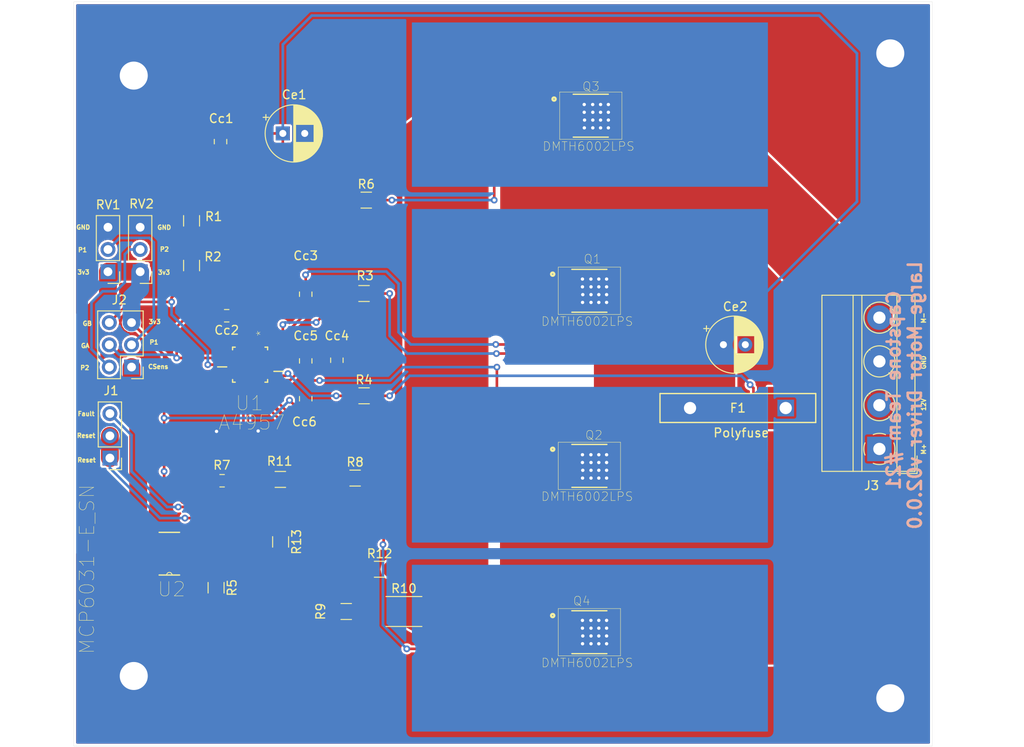
<source format=kicad_pcb>
(kicad_pcb (version 20171130) (host pcbnew "(5.0.1)-4")
  (title_block (title "A4957 Large Motor Driver") (rev v01) (company "Capstone #21") (comment 3 "License: CC BY 4.0") (comment 4 "Author: Matthew Torre"))
  (layers (0 F.Cu signal) (31 B.Cu signal) (34 B.Paste user) (35 F.Paste user) (36 B.SilkS user) (37 F.SilkS user) (38 B.Mask user) (39 F.Mask user) (44 Edge.Cuts user))
  (net 0 "")
  (net 1 "Net-(Cc1-Pad1)")
  (net 2 Earth)
  (net 3 "Net-(Cc2-Pad1)")
  (net 4 "Net-(Cc2-Pad2)")
  (net 5 "Net-(Cc3-Pad2)")
  (net 6 "Net-(Cc3-Pad1)")
  (net 7 "Net-(F1-Pad1)")
  (net 8 "Net-(J1-Pad1)")
  (net 9 "Net-(J2-Pad2)")
  (net 10 "Net-(R3-Pad1)")
  (net 11 "Net-(R4-Pad1)")
  (net 12 "Net-(R5-Pad1)")
  (net 13 "Net-(R6-Pad1)")
  (net 14 "Net-(Cc4-Pad2)")
  (net 15 "Net-(Cc6-Pad1)")
  (net 16 "Net-(J2-Pad3)")
  (net 17 "Net-(Cc5-Pad2)")
  (net 18 "Net-(Cc5-Pad1)")
  (net 19 "Net-(J2-Pad1)")
  (net 20 "Net-(J2-Pad4)")
  (net 21 "Net-(J2-Pad6)")
  (net 22 "Net-(R7-Pad1)")
  (net 23 "Net-(R8-Pad1)")
  (net 24 "Net-(R12-Pad2)")
  (net 25 "Net-(J1-Pad3)")
  (net 26 "Net-(Q1-Pad4)")
  (net 27 "Net-(Q2-Pad4)")
  (net 28 "Net-(Q3-Pad4)")
  (net 29 "Net-(Q3-Pad1)")
  (net 30 "Net-(Q4-Pad4)")
  (module MountingHole:MountingHole_3.2mm_M3_ISO14580_Pad (layer F.Cu) (at 203.2 55.88)
    (fp_text reference "" (at 0 -3.75) (layer F.SilkS))
    (fp_text value MountingHole_3.2mm_M3_ISO14580_Pad)
    (pad 1 thru_hole circle (at 0 0) (size 5.5 5.5) (drill 3.2) (layers *.Cu *.Mask))
  )
  (module MountingHole:MountingHole_3.2mm_M3_ISO14580_Pad (layer F.Cu) (at 203.2 129.54)
    (fp_text reference "" (at 0 -3.75) (layer F.SilkS))
    (fp_text value MountingHole_3.2mm_M3_ISO14580_Pad)
    (pad 1 thru_hole circle (at 0 0) (size 5.5 5.5) (drill 3.2) (layers *.Cu *.Mask))
  )
  (module MountingHole:MountingHole_3.2mm_M3_ISO14580_Pad (layer F.Cu) (at 116.84 127)
    (fp_text reference "" (at 0 -3.75) (layer F.SilkS))
    (fp_text value MountingHole_3.2mm_M3_ISO14580_Pad)
    (pad 1 thru_hole circle (at 0 0) (size 5.5 5.5) (drill 3.2) (layers *.Cu *.Mask))
  )
  (module Capacitor_THT:CP_Radial_D6.3mm_P2.50mm (layer F.Cu) (at 184.15 89.154)
    (fp_text reference Ce2 (at 1.3462 -4.3434 180) (layer F.SilkS))
    (fp_text value 50uF)
    (pad 2 thru_hole circle (at 2.5 0) (size 1.6 1.6) (drill 0.8) (layers *.Cu *.Mask) (net 2 Earth))
    (pad 1 thru_hole rect (at 0 0) (size 1.6 1.6) (drill 0.8) (layers *.Cu *.Mask) (net 1 "Net-(Cc1-Pad1)"))
  )
  (module Connector_PinHeader_2.54mm:PinHeader_2x03_P2.54mm_Vertical (layer F.Cu) (at 116.58942 91.71178 180)
    (fp_text reference J2 (at 1.40042 7.66318) (layer F.SilkS))
    (fp_text value Conn_02x03_Odd_Even)
    (pad 1 thru_hole rect (at 0 0 180) (size 1.7 1.7) (drill 1) (layers *.Cu *.Mask) (net 19 "Net-(J2-Pad1)"))
    (pad 2 thru_hole oval (at 2.54 0 180) (size 1.7 1.7) (drill 1) (layers *.Cu *.Mask) (net 9 "Net-(J2-Pad2)"))
    (pad 3 thru_hole oval (at 0 2.54 180) (size 1.7 1.7) (drill 1) (layers *.Cu *.Mask) (net 16 "Net-(J2-Pad3)"))
    (pad 4 thru_hole oval (at 2.54 2.54 180) (size 1.7 1.7) (drill 1) (layers *.Cu *.Mask) (net 20 "Net-(J2-Pad4)"))
    (pad 5 thru_hole oval (at 0 5.08 180) (size 1.7 1.7) (drill 1) (layers *.Cu *.Mask) (net 15 "Net-(Cc6-Pad1)"))
    (pad 6 thru_hole oval (at 2.54 5.08 180) (size 1.7 1.7) (drill 1) (layers *.Cu *.Mask) (net 21 "Net-(J2-Pad6)"))
  )
  (module Capacitor_SMD:C_0805_2012Metric (layer F.Cu) (at 136.47 83.3905 270)
    (fp_text reference Cc3 (at -4.3965 0) (layer F.SilkS))
    (fp_text value 120nF)
    (pad 2 smd roundrect (at 0.9375 0 270) (size 0.975 1.4) (layers F.Cu F.Paste F.Mask) (net 5 "Net-(Cc3-Pad2)"))
    (pad 1 smd roundrect (at -0.9375 0 270) (size 0.975 1.4) (layers F.Cu F.Paste F.Mask) (net 6 "Net-(Cc3-Pad1)"))
  )
  (module Capacitor_SMD:C_0805_2012Metric (layer F.Cu) (at 140.026 90.932 90)
    (fp_text reference Cc4 (at 2.794 0 180) (layer F.SilkS))
    (fp_text value 1uF)
    (pad 2 smd roundrect (at 0.9375 0 90) (size 0.975 1.4) (layers F.Cu F.Paste F.Mask) (net 14 "Net-(Cc4-Pad2)"))
    (pad 1 smd roundrect (at -0.9375 0 90) (size 0.975 1.4) (layers F.Cu F.Paste F.Mask) (net 2 Earth))
  )
  (module Capacitor_SMD:C_0805_2012Metric (layer F.Cu) (at 136.47 91.0105 90)
    (fp_text reference Cc5 (at 2.8725 0 180) (layer F.SilkS))
    (fp_text value 120nF)
    (pad 2 smd roundrect (at 0.9375 0 90) (size 0.975 1.4) (layers F.Cu F.Paste F.Mask) (net 17 "Net-(Cc5-Pad2)"))
    (pad 1 smd roundrect (at -0.9375 0 90) (size 0.975 1.4) (layers F.Cu F.Paste F.Mask) (net 18 "Net-(Cc5-Pad1)"))
  )
  (module Capacitor_THT:CP_Radial_D6.3mm_P2.50mm (layer F.Cu) (at 133.858 65.024)
    (fp_text reference Ce1 (at 1.2954 -4.4196 -180) (layer F.SilkS))
    (fp_text value 50uF)
    (pad 2 thru_hole circle (at 2.5 0) (size 1.6 1.6) (drill 0.8) (layers *.Cu *.Mask) (net 2 Earth))
    (pad 1 thru_hole rect (at 0 0) (size 1.6 1.6) (drill 0.8) (layers *.Cu *.Mask) (net 1 "Net-(Cc1-Pad1)"))
  )
  (module A4957SESTR-T:QFN50P400X400X80-25N (layer F.Cu) (at 130.12 91.44 270)
    (fp_text reference U1 (at 4.3942 0.072 180) (layer F.SilkS) (effects (font (size 1.64005 1.64005) (thickness 0.05))))
    (fp_text value A4957 (at 6.604 -0.182 180) (layer F.SilkS) (effects (font (size 1.64322 1.64322) (thickness 0.05))))
    (fp_text user * (at -3.58342 -1.2453 270) (layer F.SilkS) (effects (font (thickness 0.05))))
    (fp_text user * (at -3.58478 -1.24578 270) (layer Edge.Cuts) (effects (font (thickness 0.05))))
    (pad 1 smd rect (at -2.05 -1.2446 180) (size 0.3 0.95) (layers F.Cu F.Paste F.Mask) (net 6 "Net-(Cc3-Pad1)"))
    (pad 2 smd rect (at -2.05 -0.762 180) (size 0.3 0.95) (layers F.Cu F.Paste F.Mask) (net 13 "Net-(R6-Pad1)"))
    (pad 3 smd rect (at -2.05 -0.254 180) (size 0.3 0.95) (layers F.Cu F.Paste F.Mask) (net 1 "Net-(Cc1-Pad1)"))
    (pad 4 smd rect (at -2.05 0.254 180) (size 0.3 0.95) (layers F.Cu F.Paste F.Mask) (net 3 "Net-(Cc2-Pad1)"))
    (pad 5 smd rect (at -2.05 0.762 180) (size 0.3 0.95) (layers F.Cu F.Paste F.Mask) (net 4 "Net-(Cc2-Pad2)"))
    (pad 6 smd rect (at -2.05 1.2446 180) (size 0.3 0.95) (layers F.Cu F.Paste F.Mask) (net 2 Earth))
    (pad 7 smd rect (at -1.2446 2.05 90) (size 0.3 0.95) (layers F.Cu F.Paste F.Mask) (net 2 Earth))
    (pad 8 smd rect (at -0.762 2.05 90) (size 0.3 0.95) (layers F.Cu F.Paste F.Mask) (net 20 "Net-(J2-Pad4)"))
    (pad 9 smd rect (at -0.254 2.05 90) (size 0.3 0.95) (layers F.Cu F.Paste F.Mask) (net 21 "Net-(J2-Pad6)"))
    (pad 10 smd rect (at 0.254 2.05 90) (size 0.3 0.95) (layers F.Cu F.Paste F.Mask) (net 21 "Net-(J2-Pad6)"))
    (pad 11 smd rect (at 0.762 2.05 90) (size 0.3 0.95) (layers F.Cu F.Paste F.Mask) (net 20 "Net-(J2-Pad4)"))
    (pad 12 smd rect (at 1.2446 2.05 90) (size 0.3 0.95) (layers F.Cu F.Paste F.Mask) (net 15 "Net-(Cc6-Pad1)"))
    (pad 13 smd rect (at 2.05 1.2446 180) (size 0.3 0.95) (layers F.Cu F.Paste F.Mask) (net 2 Earth))
    (pad 14 smd rect (at 2.05 0.762 180) (size 0.3 0.95) (layers F.Cu F.Paste F.Mask) (net 22 "Net-(R7-Pad1)"))
    (pad 15 smd rect (at 2.05 0.254 180) (size 0.3 0.95) (layers F.Cu F.Paste F.Mask) (net 25 "Net-(J1-Pad3)"))
    (pad 16 smd rect (at 2.05 -0.254 180) (size 0.3 0.95) (layers F.Cu F.Paste F.Mask) (net 8 "Net-(J1-Pad1)"))
    (pad 17 smd rect (at 2.05 -0.762 180) (size 0.3 0.95) (layers F.Cu F.Paste F.Mask) (net 2 Earth))
    (pad 18 smd rect (at 2.05 -1.2446 180) (size 0.3 0.95) (layers F.Cu F.Paste F.Mask) (net 23 "Net-(R8-Pad1)"))
    (pad 19 smd rect (at 1.2446 -2.05 90) (size 0.3 0.95) (layers F.Cu F.Paste F.Mask) (net 18 "Net-(Cc5-Pad1)"))
    (pad 20 smd rect (at 0.762 -2.05 90) (size 0.3 0.95) (layers F.Cu F.Paste F.Mask) (net 11 "Net-(R4-Pad1)"))
    (pad 21 smd rect (at 0.254 -2.05 90) (size 0.3 0.95) (layers F.Cu F.Paste F.Mask) (net 17 "Net-(Cc5-Pad2)"))
    (pad 22 smd rect (at -0.254 -2.05 90) (size 0.3 0.95) (layers F.Cu F.Paste F.Mask) (net 14 "Net-(Cc4-Pad2)"))
    (pad 23 smd rect (at -0.762 -2.05 90) (size 0.3 0.95) (layers F.Cu F.Paste F.Mask) (net 5 "Net-(Cc3-Pad2)"))
    (pad 24 smd rect (at -1.2446 -2.05 90) (size 0.3 0.95) (layers F.Cu F.Paste F.Mask) (net 10 "Net-(R3-Pad1)"))
    (pad 25 smd rect (at 0 0 270) (size 2.7 2.7) (layers F.Cu F.Paste F.Mask))
  )
  (module Resistor_SMD:R_1206_3216Metric (layer F.Cu) (at 123.4398 75.0092 90)
    (fp_text reference R1 (at 0.4856 2.5188 180) (layer F.SilkS))
    (fp_text value 2.49k)
    (pad 2 smd roundrect (at 1.4 0 90) (size 1.25 1.75) (layers F.Cu F.Paste F.Mask) (roundrect_rratio 0.2) (net 2 Earth))
    (pad 1 smd roundrect (at -1.4 0 90) (size 1.25 1.75) (layers F.Cu F.Paste F.Mask) (roundrect_rratio 0.2) (net 20 "Net-(J2-Pad4)"))
  )
  (module Resistor_SMD:R_1206_3216Metric (layer F.Cu) (at 123.4398 80.1146 90)
    (fp_text reference R2 (at 0.9936 2.4426 180) (layer F.SilkS))
    (fp_text value 2.49k)
    (pad 1 smd roundrect (at -1.4 0 90) (size 1.25 1.75) (layers F.Cu F.Paste F.Mask) (roundrect_rratio 0.2) (net 21 "Net-(J2-Pad6)"))
    (pad 2 smd roundrect (at 1.4 0 90) (size 1.25 1.75) (layers F.Cu F.Paste F.Mask) (roundrect_rratio 0.2) (net 2 Earth))
  )
  (module Resistor_SMD:R_1206_3216Metric (layer F.Cu) (at 143.126 83.312)
    (fp_text reference R3 (at 0.13 -2.032 180) (layer F.SilkS))
    (fp_text value 2.49k)
    (pad 1 smd roundrect (at -1.4 0) (size 1.25 1.75) (layers F.Cu F.Paste F.Mask) (roundrect_rratio 0.2) (net 10 "Net-(R3-Pad1)"))
    (pad 2 smd roundrect (at 1.4 0) (size 1.25 1.75) (layers F.Cu F.Paste F.Mask) (roundrect_rratio 0.2) (net 26 "Net-(Q1-Pad4)"))
  )
  (module Resistor_SMD:R_1206_3216Metric (layer F.Cu) (at 143.132 94.996)
    (fp_text reference R4 (at 0 -1.82) (layer F.SilkS))
    (fp_text value 2.49k)
    (pad 2 smd roundrect (at 1.4 0) (size 1.25 1.75) (layers F.Cu F.Paste F.Mask) (roundrect_rratio 0.2) (net 27 "Net-(Q2-Pad4)"))
    (pad 1 smd roundrect (at -1.4 0) (size 1.25 1.75) (layers F.Cu F.Paste F.Mask) (roundrect_rratio 0.2) (net 11 "Net-(R4-Pad1)"))
  )
  (module Resistor_SMD:R_1206_3216Metric (layer F.Cu) (at 143.38 72.644)
    (fp_text reference R6 (at 0 -1.82) (layer F.SilkS))
    (fp_text value 2.49k)
    (pad 1 smd roundrect (at -1.4 0) (size 1.25 1.75) (layers F.Cu F.Paste F.Mask) (roundrect_rratio 0.2) (net 13 "Net-(R6-Pad1)"))
    (pad 2 smd roundrect (at 1.4 0) (size 1.25 1.75) (layers F.Cu F.Paste F.Mask) (roundrect_rratio 0.2) (net 28 "Net-(Q3-Pad4)"))
  )
  (module Resistor_SMD:R_1206_3216Metric (layer F.Cu) (at 141.094 119.634 180)
    (fp_text reference R9 (at 2.918 0 270) (layer F.SilkS))
    (fp_text value 2.49k)
    (pad 2 smd roundrect (at 1.4 0 180) (size 1.25 1.75) (layers F.Cu F.Paste F.Mask) (roundrect_rratio 0.2) (net 12 "Net-(R5-Pad1)"))
    (pad 1 smd roundrect (at -1.4 0 180) (size 1.25 1.75) (layers F.Cu F.Paste F.Mask) (roundrect_rratio 0.2) (net 2 Earth))
  )
  (module Resistor_SMD:R_1206_3216Metric (layer F.Cu) (at 133.5756 104.5464)
    (fp_text reference R11 (at -0.0792 -2.0828) (layer F.SilkS))
    (fp_text value 33k)
    (pad 2 smd roundrect (at 1.4 0) (size 1.25 1.75) (layers F.Cu F.Paste F.Mask) (roundrect_rratio 0.2) (net 15 "Net-(Cc6-Pad1)"))
    (pad 1 smd roundrect (at -1.4 0) (size 1.25 1.75) (layers F.Cu F.Paste F.Mask) (roundrect_rratio 0.2) (net 25 "Net-(J1-Pad3)"))
  )
  (module Connector_PinHeader_2.54mm:PinHeader_1x03_P2.54mm_Vertical (layer F.Cu) (at 113.89702 80.8228 180)
    (fp_text reference RV1 (at -0.02198 7.6454) (layer F.SilkS))
    (fp_text value "Motor Joint Potentiometer")
    (pad 1 thru_hole rect (at 0 0 180) (size 1.7 1.7) (drill 1) (layers *.Cu *.Mask) (net 15 "Net-(Cc6-Pad1)"))
    (pad 2 thru_hole oval (at 0 2.54 180) (size 1.7 1.7) (drill 1) (layers *.Cu *.Mask) (net 16 "Net-(J2-Pad3)"))
    (pad 3 thru_hole oval (at 0 5.08 180) (size 1.7 1.7) (drill 1) (layers *.Cu *.Mask) (net 2 Earth))
  )
  (module Capacitor_SMD:C_0805_2012Metric (layer F.Cu) (at 126.746 65.9615 270)
    (fp_text reference Cc1 (at -2.6393 -0.0762) (layer F.SilkS))
    (fp_text value 100nF)
    (pad 2 smd roundrect (at 0.9375 0 270) (size 0.975 1.4) (layers F.Cu F.Paste F.Mask) (net 2 Earth))
    (pad 1 smd roundrect (at -0.9375 0 270) (size 0.975 1.4) (layers F.Cu F.Paste F.Mask) (net 1 "Net-(Cc1-Pad1)"))
  )
  (module Capacitor_SMD:C_0805_2012Metric (layer F.Cu) (at 127.45 85.852 180)
    (fp_text reference Cc2 (at 0 -1.65 180) (layer F.SilkS))
    (fp_text value 470nF)
    (pad 1 smd roundrect (at -0.9375 0 180) (size 0.975 1.4) (layers F.Cu F.Paste F.Mask) (net 3 "Net-(Cc2-Pad1)"))
    (pad 2 smd roundrect (at 0.9375 0 180) (size 0.975 1.4) (layers F.Cu F.Paste F.Mask) (net 4 "Net-(Cc2-Pad2)"))
  )
  (module Capacitor_SMD:C_0805_2012Metric (layer F.Cu) (at 136.47 95.3285 90)
    (fp_text reference Cc6 (at -2.6393 -0.1482 180) (layer F.SilkS))
    (fp_text value 100nF)
    (pad 1 smd roundrect (at -0.9375 0 90) (size 0.975 1.4) (layers F.Cu F.Paste F.Mask) (net 15 "Net-(Cc6-Pad1)"))
    (pad 2 smd roundrect (at 0.9375 0 90) (size 0.975 1.4) (layers F.Cu F.Paste F.Mask) (net 2 Earth))
  )
  (module Resistor_SMD:R_2512_6332Metric (layer F.Cu) (at 147.68 119.634)
    (fp_text reference R10 (at 0 -2.62) (layer F.SilkS))
    (fp_text value 0.4)
    (pad 1 smd roundrect (at -2.9 0) (size 1.35 3.35) (layers F.Cu F.Paste F.Mask) (roundrect_rratio 0.185185) (net 2 Earth))
    (pad 2 smd roundrect (at 2.9 0) (size 1.35 3.35) (layers F.Cu F.Paste F.Mask) (roundrect_rratio 0.185185) (net 29 "Net-(Q3-Pad1)"))
  )
  (module Resistor_SMD:R_1206_3216Metric (layer F.Cu) (at 144.904 114.808 180)
    (fp_text reference R12 (at 0 1.778 180) (layer F.SilkS))
    (fp_text value 2.49k)
    (pad 1 smd roundrect (at -1.4 0 180) (size 1.25 1.75) (layers F.Cu F.Paste F.Mask) (roundrect_rratio 0.2) (net 29 "Net-(Q3-Pad1)"))
    (pad 2 smd roundrect (at 1.4 0 180) (size 1.25 1.75) (layers F.Cu F.Paste F.Mask) (roundrect_rratio 0.2) (net 24 "Net-(R12-Pad2)"))
  )
  (module Connector_PinHeader_2.54mm:PinHeader_1x03_P2.54mm_Vertical (layer F.Cu) (at 117.5724 80.8228 180)
    (fp_text reference RV2 (at -0.1566 7.747) (layer F.SilkS))
    (fp_text value "Motor Joint Potentiometer")
    (pad 1 thru_hole rect (at 0 0 180) (size 1.7 1.7) (drill 1) (layers *.Cu *.Mask) (net 15 "Net-(Cc6-Pad1)"))
    (pad 2 thru_hole oval (at 0 2.54 180) (size 1.7 1.7) (drill 1) (layers *.Cu *.Mask) (net 9 "Net-(J2-Pad2)"))
    (pad 3 thru_hole oval (at 0 5.08 180) (size 1.7 1.7) (drill 1) (layers *.Cu *.Mask) (net 2 Earth))
  )
  (module SOIC127P600X175-8N:SOIC127P600X175-8N (layer F.Cu) (at 120.904 113.03 180)
    (fp_text reference U2 (at -0.254 -4.064) (layer F.SilkS) (effects (font (size 1.64488 1.64488) (thickness 0.05))))
    (fp_text value MCP6031-E_SN (at 9.398 -1.778 90) (layer F.SilkS) (effects (font (size 1.64544 1.64544) (thickness 0.05))))
    (pad 8 smd rect (at 2.3622 -1.905 180) (size 1.9812 0.5588) (layers F.Cu F.Paste F.Mask))
    (pad 7 smd rect (at 2.3622 -0.635 180) (size 1.9812 0.5588) (layers F.Cu F.Paste F.Mask) (net 15 "Net-(Cc6-Pad1)"))
    (pad 6 smd rect (at 2.3622 0.635 180) (size 1.9812 0.5588) (layers F.Cu F.Paste F.Mask) (net 19 "Net-(J2-Pad1)"))
    (pad 5 smd rect (at 2.3622 1.905 180) (size 1.9812 0.5588) (layers F.Cu F.Paste F.Mask))
    (pad 4 smd rect (at -2.3622 1.905 180) (size 1.9812 0.5588) (layers F.Cu F.Paste F.Mask) (net 2 Earth))
    (pad 3 smd rect (at -2.3622 0.635 180) (size 1.9812 0.5588) (layers F.Cu F.Paste F.Mask) (net 24 "Net-(R12-Pad2)"))
    (pad 2 smd rect (at -2.3622 -0.635 180) (size 1.9812 0.5588) (layers F.Cu F.Paste F.Mask) (net 12 "Net-(R5-Pad1)"))
    (pad 1 smd rect (at -2.3622 -1.905 180) (size 1.9812 0.5588) (layers F.Cu F.Paste F.Mask))
  )
  (module ResettableFuse:RGEF1200 (layer F.Cu) (at 180.34 96.393 180)
    (fp_text reference F1 (at -5.461 0 180) (layer F.SilkS))
    (fp_text value Polyfuse (at -5.842 -2.83464 180) (layer F.SilkS))
    (fp_text user * (at 0 0 180) (layer F.SilkS))
    (pad 1 thru_hole rect (at -10.922 0 180) (size 1.905 1.905) (drill 1.397) (layers *.Cu *.Mask) (net 7 "Net-(F1-Pad1)"))
    (pad 2 thru_hole circle (at 0 0 180) (size 1.905 1.905) (drill 1.397) (layers *.Cu *.Mask) (net 1 "Net-(Cc1-Pad1)"))
  )
  (module Connector_PinHeader_2.54mm:PinHeader_1x03_P2.54mm_Vertical (layer F.Cu) (at 114.118 102.108 180)
    (fp_text reference J1 (at -0.1312 7.6962 180) (layer F.SilkS))
    (fp_text value Conn_01x03_Male)
    (pad 1 thru_hole rect (at 0 0 180) (size 1.7 1.7) (drill 1) (layers *.Cu *.Mask) (net 8 "Net-(J1-Pad1)"))
    (pad 2 thru_hole oval (at 0 2.54 180) (size 1.7 1.7) (drill 1) (layers *.Cu *.Mask) (net 8 "Net-(J1-Pad1)"))
    (pad 3 thru_hole oval (at 0 5.08 180) (size 1.7 1.7) (drill 1) (layers *.Cu *.Mask) (net 25 "Net-(J1-Pad3)"))
  )
  (module TerminalBlock_MetzConnect:TerminalBlock_MetzConnect_Type011_RT05504HBWC_1x04_P5.00mm_Horizontal (layer F.Cu) (at 201.9554 101.0666 90)
    (fp_text reference J3 (at -4.191 -0.889 -180) (layer F.SilkS))
    (fp_text value Screw_Terminal_01x04)
    (pad 1 thru_hole rect (at 0 0 90) (size 2.8 2.8) (drill 1.4) (layers *.Cu *.Mask) (net 18 "Net-(Cc5-Pad1)"))
    (pad 2 thru_hole circle (at 5 0 90) (size 2.8 2.8) (drill 1.4) (layers *.Cu *.Mask) (net 7 "Net-(F1-Pad1)"))
    (pad 3 thru_hole circle (at 10 0 90) (size 2.8 2.8) (drill 1.4) (layers *.Cu *.Mask) (net 2 Earth))
    (pad 4 thru_hole circle (at 15 0 90) (size 2.8 2.8) (drill 1.4) (layers *.Cu *.Mask) (net 6 "Net-(Cc3-Pad1)"))
  )
  (module Resistor_SMD:R_0805_2012Metric (layer F.Cu) (at 126.9261 104.6988 180)
    (fp_text reference R7 (at 0.0277 1.778 180) (layer F.SilkS))
    (fp_text value 3k)
    (pad 1 smd roundrect (at -0.9375 0 180) (size 0.975 1.4) (layers F.Cu F.Paste F.Mask) (net 22 "Net-(R7-Pad1)"))
    (pad 2 smd roundrect (at 0.9375 0 180) (size 0.975 1.4) (layers F.Cu F.Paste F.Mask) (net 2 Earth))
  )
  (module Resistor_SMD:R_1206_3216Metric (layer F.Cu) (at 142.11 104.394)
    (fp_text reference R8 (at 0 -1.82) (layer F.SilkS))
    (fp_text value 2.49k)
    (pad 1 smd roundrect (at -1.4 0) (size 1.25 1.75) (layers F.Cu F.Paste F.Mask) (roundrect_rratio 0.2) (net 23 "Net-(R8-Pad1)"))
    (pad 2 smd roundrect (at 1.4 0) (size 1.25 1.75) (layers F.Cu F.Paste F.Mask) (roundrect_rratio 0.2) (net 30 "Net-(Q4-Pad4)"))
  )
  (module MOSFETs:LargeMotorMosfets (layer F.Cu) (at 168.85 83)
    (fp_text reference Q1 (at 0.3394 -3.625) (layer F.SilkS) (effects (font (thickness 0.05))))
    (fp_text value DMTH6002LPS (at -0.25257 3.50103) (layer F.SilkS) (effects (font (thickness 0.05))))
    (pad 3 smd rect (at -2.67 0.635) (size 1.27 0.61) (layers F.Cu F.Paste F.Mask) (net 6 "Net-(Cc3-Pad1)"))
    (pad 2 smd rect (at -2.67 -0.635) (size 1.27 0.61) (layers F.Cu F.Paste F.Mask) (net 6 "Net-(Cc3-Pad1)"))
    (pad 1 smd rect (at -2.67 -1.905) (size 1.27 0.61) (layers F.Cu F.Paste F.Mask) (net 6 "Net-(Cc3-Pad1)"))
    (pad 4 smd rect (at -2.67 1.905) (size 1.27 0.61) (layers F.Cu F.Paste F.Mask) (net 26 "Net-(Q1-Pad4)"))
    (pad 9 smd rect (at 0.69 0 270) (size 3.81 3.91) (layers F.Cu F.Paste F.Mask) (net 1 "Net-(Cc1-Pad1)"))
    (pad 5 smd rect (at 2.795 1.905) (size 1.02 0.61) (layers F.Cu F.Paste F.Mask) (net 1 "Net-(Cc1-Pad1)"))
    (pad 6 smd rect (at 2.795 0.635) (size 1.02 0.61) (layers F.Cu F.Paste F.Mask) (net 1 "Net-(Cc1-Pad1)"))
    (pad 7 smd rect (at 2.795 -0.635) (size 1.02 0.61) (layers F.Cu F.Paste F.Mask) (net 1 "Net-(Cc1-Pad1)"))
    (pad 8 smd rect (at 2.795 -1.905) (size 1.02 0.61) (layers F.Cu F.Paste F.Mask) (net 1 "Net-(Cc1-Pad1)"))
  )
  (module MOSFETs:LargeMotorMosfets (layer F.Cu) (at 168.85 103)
    (fp_text reference Q2 (at 0.5172 -3.5082) (layer F.SilkS) (effects (font (thickness 0.05))))
    (fp_text value DMTH6002LPS (at -0.25257 3.50103) (layer F.SilkS) (effects (font (thickness 0.05))))
    (pad 8 smd rect (at 2.795 -1.905) (size 1.02 0.61) (layers F.Cu F.Paste F.Mask) (net 1 "Net-(Cc1-Pad1)"))
    (pad 7 smd rect (at 2.795 -0.635) (size 1.02 0.61) (layers F.Cu F.Paste F.Mask) (net 1 "Net-(Cc1-Pad1)"))
    (pad 6 smd rect (at 2.795 0.635) (size 1.02 0.61) (layers F.Cu F.Paste F.Mask) (net 1 "Net-(Cc1-Pad1)"))
    (pad 5 smd rect (at 2.795 1.905) (size 1.02 0.61) (layers F.Cu F.Paste F.Mask) (net 1 "Net-(Cc1-Pad1)"))
    (pad 9 smd rect (at 0.69 0 270) (size 3.81 3.91) (layers F.Cu F.Paste F.Mask) (net 1 "Net-(Cc1-Pad1)"))
    (pad 4 smd rect (at -2.67 1.905) (size 1.27 0.61) (layers F.Cu F.Paste F.Mask) (net 27 "Net-(Q2-Pad4)"))
    (pad 1 smd rect (at -2.67 -1.905) (size 1.27 0.61) (layers F.Cu F.Paste F.Mask) (net 18 "Net-(Cc5-Pad1)"))
    (pad 2 smd rect (at -2.67 -0.635) (size 1.27 0.61) (layers F.Cu F.Paste F.Mask) (net 18 "Net-(Cc5-Pad1)"))
    (pad 3 smd rect (at -2.67 0.635) (size 1.27 0.61) (layers F.Cu F.Paste F.Mask) (net 18 "Net-(Cc5-Pad1)"))
  )
  (module MOSFETs:LargeMotorMosfets (layer F.Cu) (at 169.01 63)
    (fp_text reference Q3 (at 0.027 -3.3354) (layer F.SilkS) (effects (font (thickness 0.05))))
    (fp_text value DMTH6002LPS (at -0.25257 3.50103) (layer F.SilkS) (effects (font (thickness 0.05))))
    (pad 3 smd rect (at -2.67 0.635) (size 1.27 0.61) (layers F.Cu F.Paste F.Mask) (net 29 "Net-(Q3-Pad1)"))
    (pad 2 smd rect (at -2.67 -0.635) (size 1.27 0.61) (layers F.Cu F.Paste F.Mask) (net 29 "Net-(Q3-Pad1)"))
    (pad 1 smd rect (at -2.67 -1.905) (size 1.27 0.61) (layers F.Cu F.Paste F.Mask) (net 29 "Net-(Q3-Pad1)"))
    (pad 4 smd rect (at -2.67 1.905) (size 1.27 0.61) (layers F.Cu F.Paste F.Mask) (net 28 "Net-(Q3-Pad4)"))
    (pad 9 smd rect (at 0.69 0 270) (size 3.81 3.91) (layers F.Cu F.Paste F.Mask) (net 6 "Net-(Cc3-Pad1)"))
    (pad 5 smd rect (at 2.795 1.905) (size 1.02 0.61) (layers F.Cu F.Paste F.Mask) (net 6 "Net-(Cc3-Pad1)"))
    (pad 6 smd rect (at 2.795 0.635) (size 1.02 0.61) (layers F.Cu F.Paste F.Mask) (net 6 "Net-(Cc3-Pad1)"))
    (pad 7 smd rect (at 2.795 -0.635) (size 1.02 0.61) (layers F.Cu F.Paste F.Mask) (net 6 "Net-(Cc3-Pad1)"))
    (pad 8 smd rect (at 2.795 -1.905) (size 1.02 0.61) (layers F.Cu F.Paste F.Mask) (net 6 "Net-(Cc3-Pad1)"))
  )
  (module MOSFETs:LargeMotorMosfets (layer F.Cu) (at 168.85 122)
    (fp_text reference Q4 (at -0.86954 -3.56884) (layer F.SilkS) (effects (font (thickness 0.05))))
    (fp_text value DMTH6002LPS (at -0.25257 3.50103) (layer F.SilkS) (effects (font (thickness 0.05))))
    (pad 8 smd rect (at 2.795 -1.905) (size 1.02 0.61) (layers F.Cu F.Paste F.Mask) (net 18 "Net-(Cc5-Pad1)"))
    (pad 7 smd rect (at 2.795 -0.635) (size 1.02 0.61) (layers F.Cu F.Paste F.Mask) (net 18 "Net-(Cc5-Pad1)"))
    (pad 6 smd rect (at 2.795 0.635) (size 1.02 0.61) (layers F.Cu F.Paste F.Mask) (net 18 "Net-(Cc5-Pad1)"))
    (pad 5 smd rect (at 2.795 1.905) (size 1.02 0.61) (layers F.Cu F.Paste F.Mask) (net 18 "Net-(Cc5-Pad1)"))
    (pad 9 smd rect (at 0.69 0 270) (size 3.81 3.91) (layers F.Cu F.Paste F.Mask) (net 18 "Net-(Cc5-Pad1)"))
    (pad 4 smd rect (at -2.67 1.905) (size 1.27 0.61) (layers F.Cu F.Paste F.Mask) (net 30 "Net-(Q4-Pad4)"))
    (pad 1 smd rect (at -2.67 -1.905) (size 1.27 0.61) (layers F.Cu F.Paste F.Mask) (net 29 "Net-(Q3-Pad1)"))
    (pad 2 smd rect (at -2.67 -0.635) (size 1.27 0.61) (layers F.Cu F.Paste F.Mask) (net 29 "Net-(Q3-Pad1)"))
    (pad 3 smd rect (at -2.67 0.635) (size 1.27 0.61) (layers F.Cu F.Paste F.Mask) (net 29 "Net-(Q3-Pad1)"))
  )
  (module Resistor_SMD:R_1206_3216Metric (layer F.Cu) (at 126.238 116.9185 270)
    (fp_text reference R5 (at 0 -1.82 270) (layer F.SilkS))
    (fp_text value 698k)
    (pad 1 smd roundrect (at -1.4 0 270) (size 1.25 1.75) (layers F.Cu F.Paste F.Mask) (roundrect_rratio 0.2) (net 12 "Net-(R5-Pad1)"))
    (pad 2 smd roundrect (at 1.4 0 270) (size 1.25 1.75) (layers F.Cu F.Paste F.Mask) (roundrect_rratio 0.2) (net 19 "Net-(J2-Pad1)"))
  )
  (module Resistor_SMD:R_1206_3216Metric (layer F.Cu) (at 133.604 111.6815 270)
    (fp_text reference R13 (at 0 -1.82 270) (layer F.SilkS))
    (fp_text value 698k)
    (pad 2 smd roundrect (at 1.4 0 270) (size 1.25 1.75) (layers F.Cu F.Paste F.Mask) (roundrect_rratio 0.2) (net 2 Earth))
    (pad 1 smd roundrect (at -1.4 0 270) (size 1.25 1.75) (layers F.Cu F.Paste F.Mask) (roundrect_rratio 0.2) (net 24 "Net-(R12-Pad2)"))
  )
  (module MountingHole:MountingHole_3.2mm_M3_ISO14580_Pad (layer F.Cu) (at 116.84 58.42)
    (fp_text reference "" (at 0 -3.75) (layer F.SilkS))
    (fp_text value MountingHole_3.2mm_M3_ISO14580_Pad)
    (pad 1 thru_hole circle (at 0 0) (size 5.5 5.5) (drill 3.2) (layers *.Cu *.Mask))
  )
  (gr_text GND (at 207.01 91.186 90) (layer F.SilkS) (effects (font (size 0.5 0.5) (thickness 0.125))))
  (gr_text M+ (at 207.01 101.092 90) (layer F.SilkS) (effects (font (size 0.5 0.5) (thickness 0.125))))
  (gr_text 12V (at 207.01 96.012 90) (layer F.SilkS) (effects (font (size 0.5 0.5) (thickness 0.125))))
  (gr_text M- (at 207.01 86.106 90) (layer F.SilkS) (effects (font (size 0.5 0.5) (thickness 0.125))))
  (gr_text Reset (at 111.4552 102.3366) (layer F.SilkS) (effects (font (size 0.5 0.5) (thickness 0.125))))
  (gr_text Reset (at 111.4044 99.5426) (layer F.SilkS) (effects (font (size 0.5 0.5) (thickness 0.125))))
  (gr_text Fault (at 111.4044 97.0534) (layer F.SilkS) (effects (font (size 0.5 0.5) (thickness 0.125))))
  (gr_text CSens (at 119.634 91.6686) (layer F.SilkS) (effects (font (size 0.5 0.5) (thickness 0.125))))
  (gr_text P1 (at 119.1514 88.8746) (layer F.SilkS) (effects (font (size 0.5 0.5) (thickness 0.125))))
  (gr_text 3v3 (at 119.2276 86.5378) (layer F.SilkS) (effects (font (size 0.5 0.5) (thickness 0.125))))
  (gr_text GB (at 111.5314 86.741) (layer F.SilkS) (effects (font (size 0.5 0.5) (thickness 0.125))))
  (gr_text GA (at 111.3028 89.281) (layer F.SilkS) (effects (font (size 0.5 0.5) (thickness 0.125))))
  (gr_text P2 (at 111.252 91.7956) (layer F.SilkS) (effects (font (size 0.5 0.5) (thickness 0.125))))
  (gr_text 3v3 (at 120.2944 80.899) (layer F.SilkS) (effects (font (size 0.5 0.5) (thickness 0.125))))
  (gr_text P2 (at 120.3452 78.2574) (layer F.SilkS) (effects (font (size 0.5 0.5) (thickness 0.125))))
  (gr_text 3v3 (at 111.0996 80.8736) (layer F.SilkS) (effects (font (size 0.5 0.5) (thickness 0.125))))
  (gr_text P1 (at 110.998 78.3336) (layer F.SilkS) (effects (font (size 0.5 0.5) (thickness 0.125))))
  (gr_text GND (at 120.3198 75.7682) (layer F.SilkS) (effects (font (size 0.5 0.5) (thickness 0.125))))
  (gr_text GND (at 111.0742 75.7428) (layer F.SilkS) (effects (font (size 0.5 0.5) (thickness 0.125))))
  (gr_text "Capstone Team #21 \nLarge Motor Driver v02.0.0" (at 204.8002 94.9452 90) (layer B.SilkS) (effects (font (size 1.5 1.5) (thickness 0.3)) (justify mirror)))
  (gr_line (start 110 135) (end 208 135) (layer Edge.Cuts) (width 0.0254))
  (gr_line (start 208 50) (end 208 135) (layer Edge.Cuts) (width 0.0254))
  (gr_line (start 110 50) (end 208 50) (layer Edge.Cuts) (width 0.0254))
  (gr_line (start 110 50) (end 110 135) (layer Edge.Cuts) (width 0.0254))
  (via (at 168.0718 104.394) (size 0.762) (drill 0.381) (layers F.Cu B.Cu) (net 1))
  (via (at 169.926 104.394) (size 0.762) (drill 0.381) (layers F.Cu B.Cu) (net 1))
  (via (at 169.037 103.505) (size 0.762) (drill 0.381) (layers F.Cu B.Cu) (net 1))
  (via (at 168.0591 101.727) (size 0.762) (drill 0.381) (layers F.Cu B.Cu) (net 1))
  (via (at 170.815 103.505) (size 0.762) (drill 0.381) (layers F.Cu B.Cu) (net 1))
  (via (at 170.815 101.727) (size 0.762) (drill 0.381) (layers F.Cu B.Cu) (net 1))
  (via (at 169.0243 101.727) (size 0.762) (drill 0.381) (layers F.Cu B.Cu) (net 1))
  (via (at 168.0972 103.505) (size 0.762) (drill 0.381) (layers F.Cu B.Cu) (net 1))
  (via (at 169.037 104.394) (size 0.762) (drill 0.381) (layers F.Cu B.Cu) (net 1))
  (via (at 170.815 104.394) (size 0.762) (drill 0.381) (layers F.Cu B.Cu) (net 1))
  (via (at 169.926 101.727) (size 0.762) (drill 0.381) (layers F.Cu B.Cu) (net 1))
  (via (at 168.0591 102.616) (size 0.762) (drill 0.381) (layers F.Cu B.Cu) (net 1))
  (via (at 170.815 102.616) (size 0.762) (drill 0.381) (layers F.Cu B.Cu) (net 1))
  (via (at 169.037 102.616) (size 0.762) (drill 0.381) (layers F.Cu B.Cu) (net 1))
  (via (at 169.926 102.616) (size 0.762) (drill 0.381) (layers F.Cu B.Cu) (net 1))
  (via (at 169.926 103.505) (size 0.762) (drill 0.381) (layers F.Cu B.Cu) (net 1))
  (via (at 169.926 84.328) (size 0.762) (drill 0.381) (layers F.Cu B.Cu) (net 1))
  (via (at 169.037 84.328) (size 0.762) (drill 0.381) (layers F.Cu B.Cu) (net 1))
  (via (at 168.0718 84.328) (size 0.762) (drill 0.381) (layers F.Cu B.Cu) (net 1))
  (via (at 168.0972 83.439) (size 0.762) (drill 0.381) (layers F.Cu B.Cu) (net 1))
  (via (at 169.037 83.439) (size 0.762) (drill 0.381) (layers F.Cu B.Cu) (net 1))
  (via (at 169.926 83.439) (size 0.762) (drill 0.381) (layers F.Cu B.Cu) (net 1))
  (via (at 169.926 82.55) (size 0.762) (drill 0.381) (layers F.Cu B.Cu) (net 1))
  (via (at 169.037 82.55) (size 0.762) (drill 0.381) (layers F.Cu B.Cu) (net 1))
  (via (at 168.0591 82.55) (size 0.762) (drill 0.381) (layers F.Cu B.Cu) (net 1))
  (via (at 170.815 84.328) (size 0.762) (drill 0.381) (layers F.Cu B.Cu) (net 1))
  (via (at 170.815 83.439) (size 0.762) (drill 0.381) (layers F.Cu B.Cu) (net 1))
  (via (at 170.815 82.55) (size 0.762) (drill 0.381) (layers F.Cu B.Cu) (net 1))
  (via (at 170.815 81.661) (size 0.762) (drill 0.381) (layers F.Cu B.Cu) (net 1))
  (via (at 169.926 81.661) (size 0.762) (drill 0.381) (layers F.Cu B.Cu) (net 1))
  (via (at 169.0243 81.661) (size 0.762) (drill 0.381) (layers F.Cu B.Cu) (net 1))
  (via (at 168.0591 81.661) (size 0.762) (drill 0.381) (layers F.Cu B.Cu) (net 1))
  (segment (start 126.746 65.024) (end 133.858 65.024) (width 0.3) (layer F.Cu) (net 1))
  (segment (start 130.374 88.615) (end 130.374 89.39) (width 0.3) (layer F.Cu) (net 1))
  (segment (start 130.374 69.608) (end 130.374 88.615) (width 0.3) (layer F.Cu) (net 1))
  (segment (start 133.858 66.124) (end 130.374 69.608) (width 0.3) (layer F.Cu) (net 1))
  (segment (start 133.858 65.024) (end 133.858 66.124) (width 0.3) (layer F.Cu) (net 1))
  (segment (start 184.15 88.054) (end 199.39 72.814) (width 0.3) (layer B.Cu) (net 1))
  (segment (start 184.15 89.154) (end 184.15 88.054) (width 0.3) (layer B.Cu) (net 1))
  (segment (start 199.39 72.814) (end 199.39 55.88) (width 0.3) (layer B.Cu) (net 1))
  (segment (start 199.39 55.88) (end 195.072 51.562) (width 0.3) (layer B.Cu) (net 1))
  (segment (start 195.072 51.562) (end 137.16 51.562) (width 0.3) (layer B.Cu) (net 1))
  (segment (start 133.858 54.864) (end 133.858 65.024) (width 0.3) (layer B.Cu) (net 1))
  (segment (start 137.16 51.562) (end 133.858 54.864) (width 0.3) (layer B.Cu) (net 1))
  (segment (start 128.8754 89.065) (end 128.8754 89.39) (width 0.2032) (layer F.Cu) (net 2))
  (segment (start 139.9475 91.948) (end 140.026 91.8695) (width 0.3) (layer F.Cu) (net 2))
  (segment (start 128.4254 89.39) (end 128.8754 89.39) (width 0.3) (layer F.Cu) (net 2))
  (segment (start 128.07 90.1954) (end 128.07 89.7454) (width 0.3) (layer F.Cu) (net 2))
  (segment (start 128.07 89.7454) (end 128.4254 89.39) (width 0.3) (layer F.Cu) (net 2))
  (via (at 126.2888 99.06) (size 0.762) (drill 0.381) (layers F.Cu B.Cu) (net 2))
  (via (at 131.041429 99.014507) (size 0.762) (drill 0.381) (layers F.Cu B.Cu) (net 2))
  (segment (start 126.2888 99.06) (end 130.995936 99.06) (width 0.3) (layer B.Cu) (net 2))
  (segment (start 130.995936 99.06) (end 131.041429 99.014507) (width 0.3) (layer B.Cu) (net 2))
  (segment (start 130.882 94.265) (end 137.2264 100.6094) (width 0.3) (layer F.Cu) (net 2))
  (segment (start 130.882 93.49) (end 130.882 94.265) (width 0.3) (layer F.Cu) (net 2))
  (segment (start 138.9126 102.2956) (end 138.9126 102.8954) (width 0.3) (layer F.Cu) (net 2))
  (segment (start 137.2264 100.6094) (end 138.9126 102.2956) (width 0.3) (layer F.Cu) (net 2))
  (segment (start 138.9126 102.2956) (end 138.9126 103.5304) (width 0.3) (layer F.Cu) (net 2))
  (segment (start 128.8754 94.265) (end 128.6016 94.5388) (width 0.3) (layer F.Cu) (net 2))
  (segment (start 128.8754 93.49) (end 128.8754 94.265) (width 0.3) (layer F.Cu) (net 2))
  (segment (start 128.6016 94.5388) (end 128.27 94.5388) (width 0.3) (layer F.Cu) (net 2))
  (segment (start 144.78 119.634) (end 144.526 119.634) (width 2.032) (layer F.Cu) (net 2))
  (segment (start 144.78 119.634) (end 142.494 119.634) (width 2.032) (layer F.Cu) (net 2))
  (segment (start 129.866 86.143) (end 129.866 89.39) (width 0.3) (layer F.Cu) (net 3))
  (segment (start 129.575 85.852) (end 129.866 86.143) (width 0.3) (layer F.Cu) (net 3))
  (segment (start 128.85 85.852) (end 129.575 85.852) (width 0.3) (layer F.Cu) (net 3))
  (segment (start 126.05 86.827) (end 127.361 88.138) (width 0.3) (layer F.Cu) (net 4))
  (segment (start 126.05 85.852) (end 126.05 86.827) (width 0.3) (layer F.Cu) (net 4))
  (segment (start 127.361 88.138) (end 129.104 88.138) (width 0.3) (layer F.Cu) (net 4))
  (segment (start 129.358 88.392) (end 129.358 89.39) (width 0.3) (layer F.Cu) (net 4))
  (segment (start 129.104 88.138) (end 129.358 88.392) (width 0.3) (layer F.Cu) (net 4))
  (segment (start 136.47 84.328) (end 136.47 85.598) (width 0.3) (layer F.Cu) (net 5))
  (segment (start 136.47 85.598) (end 134.438 87.63) (width 0.3) (layer F.Cu) (net 5))
  (segment (start 134.438 87.63) (end 134.438 90.17) (width 0.3) (layer F.Cu) (net 5))
  (segment (start 133.93 90.678) (end 132.17 90.678) (width 0.3) (layer F.Cu) (net 5))
  (segment (start 134.438 90.17) (end 133.93 90.678) (width 0.3) (layer F.Cu) (net 5))
  (via (at 168.275 64.389) (size 0.762) (drill 0.381) (layers F.Cu B.Cu) (net 6))
  (via (at 170.1292 64.389) (size 0.762) (drill 0.381) (layers F.Cu B.Cu) (net 6))
  (via (at 169.2402 63.5) (size 0.762) (drill 0.381) (layers F.Cu B.Cu) (net 6))
  (via (at 168.2623 61.722) (size 0.762) (drill 0.381) (layers F.Cu B.Cu) (net 6))
  (via (at 171.0182 63.5) (size 0.762) (drill 0.381) (layers F.Cu B.Cu) (net 6))
  (via (at 171.0182 61.722) (size 0.762) (drill 0.381) (layers F.Cu B.Cu) (net 6))
  (via (at 169.2275 61.722) (size 0.762) (drill 0.381) (layers F.Cu B.Cu) (net 6))
  (via (at 168.3004 63.5) (size 0.762) (drill 0.381) (layers F.Cu B.Cu) (net 6))
  (via (at 169.2402 64.389) (size 0.762) (drill 0.381) (layers F.Cu B.Cu) (net 6))
  (via (at 171.0182 64.389) (size 0.762) (drill 0.381) (layers F.Cu B.Cu) (net 6))
  (via (at 170.1292 61.722) (size 0.762) (drill 0.381) (layers F.Cu B.Cu) (net 6))
  (via (at 168.2623 62.611) (size 0.762) (drill 0.381) (layers F.Cu B.Cu) (net 6))
  (via (at 171.0182 62.611) (size 0.762) (drill 0.381) (layers F.Cu B.Cu) (net 6))
  (via (at 169.2402 62.611) (size 0.762) (drill 0.381) (layers F.Cu B.Cu) (net 6))
  (via (at 170.1292 62.611) (size 0.762) (drill 0.381) (layers F.Cu B.Cu) (net 6))
  (via (at 170.1292 63.5) (size 0.762) (drill 0.381) (layers F.Cu B.Cu) (net 6))
  (segment (start 136.47 82.453) (end 133.773 82.453) (width 0.3) (layer F.Cu) (net 6))
  (segment (start 131.3646 84.8614) (end 131.3646 89.39) (width 0.3) (layer F.Cu) (net 6))
  (segment (start 133.773 82.453) (end 131.3646 84.8614) (width 0.3) (layer F.Cu) (net 6))
  (via (at 136.4488 81.1784) (size 0.762) (drill 0.381) (layers F.Cu B.Cu) (net 6))
  (segment (start 136.47 82.453) (end 136.47 81.1996) (width 0.3) (layer F.Cu) (net 6))
  (segment (start 136.47 81.1996) (end 136.4488 81.1784) (width 0.3) (layer F.Cu) (net 6))
  (segment (start 136.829799 80.797401) (end 145.669001 80.797401) (width 0.3) (layer B.Cu) (net 6))
  (segment (start 136.4488 81.1784) (end 136.829799 80.797401) (width 0.3) (layer B.Cu) (net 6))
  (segment (start 145.669001 80.797401) (end 147.066 82.1944) (width 0.3) (layer B.Cu) (net 6))
  (segment (start 147.066 82.1944) (end 147.066 87.7316) (width 0.3) (layer B.Cu) (net 6))
  (via (at 158.1658 89.1286) (size 0.762) (drill 0.381) (layers F.Cu B.Cu) (net 6))
  (segment (start 147.066 87.7316) (end 148.463 89.1286) (width 0.3) (layer B.Cu) (net 6))
  (segment (start 148.463 89.1286) (end 158.1658 89.1286) (width 0.3) (layer B.Cu) (net 6))
  (segment (start 158.1658 89.1286) (end 161.29 89.1286) (width 0.3) (layer F.Cu) (net 6))
  (segment (start 161.29 89.1286) (end 164.3888 86.0298) (width 0.3) (layer F.Cu) (net 6))
  (segment (start 164.3888 86.0298) (end 164.3888 83.6422) (width 0.3) (layer F.Cu) (net 6))
  (via (at 122.682 108.966) (size 0.762) (drill 0.381) (layers F.Cu B.Cu) (net 8))
  (segment (start 114.118 102.108) (end 114.118 103.258) (width 0.3) (layer B.Cu) (net 8))
  (segment (start 119.826 108.966) (end 122.682 108.966) (width 0.3) (layer B.Cu) (net 8))
  (segment (start 114.118 103.258) (end 119.826 108.966) (width 0.3) (layer B.Cu) (net 8))
  (segment (start 130.374 94.583882) (end 130.374 93.49) (width 0.3) (layer F.Cu) (net 8))
  (segment (start 137.922 102.131882) (end 130.374 94.583882) (width 0.3) (layer F.Cu) (net 8))
  (segment (start 137.922 105.918) (end 137.922 102.131882) (width 0.3) (layer F.Cu) (net 8))
  (segment (start 122.682 108.966) (end 134.874 108.966) (width 0.3) (layer F.Cu) (net 8))
  (segment (start 134.874 108.966) (end 137.922 105.918) (width 0.3) (layer F.Cu) (net 8))
  (segment (start 114.118 99.568) (end 114.118 102.108) (width 2.032) (layer F.Cu) (net 8))
  (segment (start 116.370319 78.2828) (end 115.824 78.829119) (width 0.3) (layer B.Cu) (net 9))
  (segment (start 117.5724 78.2828) (end 116.370319 78.2828) (width 0.3) (layer B.Cu) (net 9))
  (segment (start 115.824 78.829119) (end 115.824 82.042) (width 0.3) (layer B.Cu) (net 9))
  (segment (start 115.824 82.042) (end 114.808 83.058) (width 0.3) (layer B.Cu) (net 9))
  (segment (start 114.808 83.058) (end 113.284 83.058) (width 0.3) (layer B.Cu) (net 9))
  (segment (start 113.284 83.058) (end 112.014 84.328) (width 0.3) (layer B.Cu) (net 9))
  (segment (start 112.014 89.67636) (end 114.04942 91.71178) (width 0.3) (layer B.Cu) (net 9))
  (segment (start 112.014 84.328) (end 112.014 89.67636) (width 0.3) (layer B.Cu) (net 9))
  (segment (start 132.17 90.1954) (end 132.495 90.1954) (width 0.2032) (layer F.Cu) (net 10))
  (via (at 137.668 86.614) (size 0.762) (drill 0.381) (layers F.Cu B.Cu) (net 10))
  (segment (start 141.726 83.312) (end 140.97 83.312) (width 0.3) (layer F.Cu) (net 10))
  (segment (start 140.97 83.312) (end 137.668 86.614) (width 0.3) (layer F.Cu) (net 10))
  (via (at 133.858 86.868) (size 0.762) (drill 0.381) (layers F.Cu B.Cu) (net 10))
  (segment (start 137.668 86.614) (end 134.112 86.614) (width 0.3) (layer B.Cu) (net 10))
  (segment (start 134.112 86.614) (end 133.858 86.868) (width 0.3) (layer B.Cu) (net 10))
  (segment (start 133.858 86.868) (end 133.858 89.916) (width 0.3) (layer F.Cu) (net 10))
  (segment (start 133.5786 90.1954) (end 132.17 90.1954) (width 0.3) (layer F.Cu) (net 10))
  (segment (start 133.858 89.916) (end 133.5786 90.1954) (width 0.3) (layer F.Cu) (net 10))
  (segment (start 132.945 92.202) (end 133.453 92.71) (width 0.3) (layer F.Cu) (net 11))
  (segment (start 132.17 92.202) (end 132.945 92.202) (width 0.3) (layer F.Cu) (net 11))
  (segment (start 133.453 92.71) (end 133.93 92.71) (width 0.3) (layer F.Cu) (net 11))
  (via (at 134.438 92.456) (size 0.762) (drill 0.381) (layers F.Cu B.Cu) (net 11))
  (segment (start 133.93 92.71) (end 134.184 92.71) (width 0.3) (layer F.Cu) (net 11))
  (segment (start 134.184 92.71) (end 134.438 92.456) (width 0.3) (layer F.Cu) (net 11))
  (via (at 139.954 94.996) (size 0.762) (drill 0.381) (layers F.Cu B.Cu) (net 11))
  (segment (start 141.732 94.996) (end 139.954 94.996) (width 0.3) (layer F.Cu) (net 11))
  (segment (start 136.978 94.996) (end 134.438 92.456) (width 0.3) (layer B.Cu) (net 11))
  (segment (start 139.954 94.996) (end 136.978 94.996) (width 0.3) (layer B.Cu) (net 11))
  (segment (start 126.238 115.3935) (end 126.238 115.981) (width 0.762) (layer F.Cu) (net 12))
  (segment (start 123.2662 113.665) (end 124.5095 113.665) (width 0.762) (layer F.Cu) (net 12))
  (segment (start 124.5095 113.665) (end 126.238 115.3935) (width 0.762) (layer F.Cu) (net 12))
  (segment (start 136.041 115.981) (end 139.694 119.634) (width 0.762) (layer F.Cu) (net 12))
  (segment (start 126.238 115.981) (end 136.041 115.981) (width 0.762) (layer F.Cu) (net 12))
  (segment (start 130.882 88.615) (end 130.882 89.39) (width 0.3) (layer F.Cu) (net 13))
  (segment (start 130.882 83.017) (end 130.882 88.615) (width 0.3) (layer F.Cu) (net 13))
  (segment (start 141.255 72.644) (end 130.882 83.017) (width 0.3) (layer F.Cu) (net 13))
  (segment (start 141.98 72.644) (end 141.255 72.644) (width 0.3) (layer F.Cu) (net 13))
  (segment (start 133.168 91.186) (end 132.17 91.186) (width 0.3) (layer F.Cu) (net 14))
  (segment (start 138.6775 88.646) (end 135.708 88.646) (width 0.3) (layer F.Cu) (net 14))
  (segment (start 140.026 89.9945) (end 138.6775 88.646) (width 0.3) (layer F.Cu) (net 14))
  (segment (start 135.708 88.646) (end 135.2 89.154) (width 0.3) (layer F.Cu) (net 14))
  (segment (start 135.2 89.154) (end 135.2 90.424) (width 0.3) (layer F.Cu) (net 14))
  (segment (start 135.2 90.424) (end 134.438 91.186) (width 0.3) (layer F.Cu) (net 14))
  (segment (start 134.438 91.186) (end 133.168 91.186) (width 0.3) (layer F.Cu) (net 14))
  (segment (start 120.30798 90.35034) (end 116.58942 86.63178) (width 0.3) (layer F.Cu) (net 15))
  (segment (start 122.428 107.188) (end 120.30798 105.06798) (width 0.3) (layer F.Cu) (net 15))
  (segment (start 133.309 107.188) (end 122.428 107.188) (width 0.3) (layer F.Cu) (net 15))
  (segment (start 134.9756 104.5464) (end 134.9756 105.5214) (width 0.3) (layer F.Cu) (net 15))
  (segment (start 134.9756 105.5214) (end 133.309 107.188) (width 0.3) (layer F.Cu) (net 15))
  (segment (start 122.64224 92.6846) (end 120.30798 90.35034) (width 0.3) (layer F.Cu) (net 15))
  (segment (start 128.07 92.6846) (end 122.64224 92.6846) (width 0.3) (layer F.Cu) (net 15))
  (segment (start 120.30798 105.06798) (end 120.30798 103.886) (width 0.3) (layer F.Cu) (net 15))
  (via (at 134.62 95.504) (size 0.762) (drill 0.381) (layers F.Cu B.Cu) (net 15))
  (segment (start 136.47 96.266) (end 135.382 96.266) (width 0.3) (layer F.Cu) (net 15))
  (segment (start 135.382 96.266) (end 134.62 95.504) (width 0.3) (layer F.Cu) (net 15))
  (via (at 120.30798 97.536) (size 0.762) (drill 0.381) (layers F.Cu B.Cu) (net 15))
  (segment (start 132.588 97.536) (end 120.30798 97.536) (width 0.3) (layer B.Cu) (net 15))
  (segment (start 134.62 95.504) (end 132.588 97.536) (width 0.3) (layer B.Cu) (net 15))
  (segment (start 120.30798 97.536) (end 120.30798 90.35034) (width 0.3) (layer F.Cu) (net 15))
  (via (at 120.30798 103.632) (size 0.762) (drill 0.381) (layers F.Cu B.Cu) (net 15))
  (segment (start 120.30798 103.886) (end 120.30798 103.632) (width 0.3) (layer F.Cu) (net 15))
  (segment (start 120.30798 103.632) (end 120.30798 97.536) (width 0.3) (layer F.Cu) (net 15))
  (segment (start 117.5724 80.8228) (end 113.89702 80.8228) (width 2.032) (layer F.Cu) (net 15))
  (segment (start 117.5724 82.783008) (end 117.5724 80.8228) (width 2.032) (layer B.Cu) (net 15))
  (segment (start 116.58942 83.765988) (end 117.5724 82.783008) (width 2.032) (layer B.Cu) (net 15))
  (segment (start 116.58942 86.63178) (end 116.58942 83.765988) (width 2.032) (layer B.Cu) (net 15))
  (segment (start 113.89702 83.7048) (end 111.76 85.84182) (width 2.032) (layer F.Cu) (net 15))
  (segment (start 113.89702 80.8228) (end 113.89702 83.7048) (width 2.032) (layer F.Cu) (net 15))
  (segment (start 111.76 85.84182) (end 111.76 112.776) (width 2.032) (layer F.Cu) (net 15))
  (segment (start 111.76 112.776) (end 112.776 113.792) (width 2.032) (layer F.Cu) (net 15))
  (segment (start 112.649 113.665) (end 111.76 112.776) (width 0.762) (layer F.Cu) (net 15))
  (segment (start 118.5418 113.665) (end 112.649 113.665) (width 0.762) (layer F.Cu) (net 15))
  (segment (start 119.126 86.6352) (end 116.58942 89.17178) (width 0.3) (layer B.Cu) (net 16))
  (segment (start 119.126 77.47) (end 119.126 86.6352) (width 0.3) (layer B.Cu) (net 16))
  (segment (start 118.618 76.962) (end 119.126 77.47) (width 0.3) (layer B.Cu) (net 16))
  (segment (start 113.89702 78.2828) (end 115.21782 76.962) (width 0.3) (layer B.Cu) (net 16))
  (segment (start 115.21782 76.962) (end 118.618 76.962) (width 0.3) (layer B.Cu) (net 16))
  (segment (start 134.849 91.694) (end 136.47 90.073) (width 0.3) (layer F.Cu) (net 17))
  (segment (start 132.17 91.694) (end 134.849 91.694) (width 0.3) (layer F.Cu) (net 17))
  (via (at 168.0718 123.317) (size 0.762) (drill 0.381) (layers F.Cu B.Cu) (net 18))
  (via (at 169.926 123.317) (size 0.762) (drill 0.381) (layers F.Cu B.Cu) (net 18))
  (via (at 169.037 122.428) (size 0.762) (drill 0.381) (layers F.Cu B.Cu) (net 18))
  (via (at 168.0591 120.65) (size 0.762) (drill 0.381) (layers F.Cu B.Cu) (net 18))
  (via (at 170.815 122.428) (size 0.762) (drill 0.381) (layers F.Cu B.Cu) (net 18))
  (via (at 170.815 120.65) (size 0.762) (drill 0.381) (layers F.Cu B.Cu) (net 18))
  (via (at 169.0243 120.65) (size 0.762) (drill 0.381) (layers F.Cu B.Cu) (net 18))
  (via (at 168.0972 122.428) (size 0.762) (drill 0.381) (layers F.Cu B.Cu) (net 18))
  (via (at 169.037 123.317) (size 0.762) (drill 0.381) (layers F.Cu B.Cu) (net 18))
  (via (at 170.815 123.317) (size 0.762) (drill 0.381) (layers F.Cu B.Cu) (net 18))
  (via (at 169.926 120.65) (size 0.762) (drill 0.381) (layers F.Cu B.Cu) (net 18))
  (via (at 168.0591 121.539) (size 0.762) (drill 0.381) (layers F.Cu B.Cu) (net 18))
  (via (at 170.815 121.539) (size 0.762) (drill 0.381) (layers F.Cu B.Cu) (net 18))
  (via (at 169.037 121.539) (size 0.762) (drill 0.381) (layers F.Cu B.Cu) (net 18))
  (via (at 169.926 121.539) (size 0.762) (drill 0.381) (layers F.Cu B.Cu) (net 18))
  (via (at 169.926 122.428) (size 0.762) (drill 0.381) (layers F.Cu B.Cu) (net 18))
  (segment (start 132.495 92.6846) (end 132.17 92.6846) (width 0.3) (layer F.Cu) (net 18))
  (segment (start 133.0284 93.218) (end 132.495 92.6846) (width 0.3) (layer F.Cu) (net 18))
  (segment (start 134.692 93.218) (end 133.0284 93.218) (width 0.3) (layer F.Cu) (net 18))
  (segment (start 135.405763 92.504237) (end 134.692 93.218) (width 0.3) (layer F.Cu) (net 18))
  (segment (start 135.913763 92.504237) (end 135.405763 92.504237) (width 0.3) (layer F.Cu) (net 18))
  (segment (start 136.47 91.948) (end 135.913763 92.504237) (width 0.3) (layer F.Cu) (net 18))
  (segment (start 136.47 92.5355) (end 137.1779 93.2434) (width 0.3) (layer F.Cu) (net 18))
  (segment (start 136.47 91.948) (end 136.47 92.5355) (width 0.3) (layer F.Cu) (net 18))
  (via (at 138.049 93.2434) (size 0.762) (drill 0.381) (layers F.Cu B.Cu) (net 18))
  (segment (start 137.1779 93.2434) (end 138.049 93.2434) (width 0.3) (layer F.Cu) (net 18))
  (segment (start 138.049 93.2434) (end 146.1008 93.2434) (width 0.3) (layer B.Cu) (net 18))
  (via (at 158.2928 91.7194) (size 0.762) (drill 0.381) (layers F.Cu B.Cu) (net 18))
  (segment (start 146.1008 93.2434) (end 147.6248 91.7194) (width 0.3) (layer B.Cu) (net 18))
  (segment (start 147.6248 91.7194) (end 158.2928 91.7194) (width 0.3) (layer B.Cu) (net 18))
  (segment (start 158.2928 91.7194) (end 158.2928 99.7204) (width 0.3) (layer F.Cu) (net 18))
  (segment (start 158.2928 99.7204) (end 160.9374 102.365) (width 0.3) (layer F.Cu) (net 18))
  (segment (start 160.9374 102.365) (end 164.592 102.365) (width 0.3) (layer F.Cu) (net 18))
  (segment (start 116.58942 91.71178) (end 116.58942 93.72942) (width 2.032) (layer F.Cu) (net 19))
  (segment (start 116.58942 93.72942) (end 117.348 94.488) (width 2.032) (layer F.Cu) (net 19))
  (segment (start 120.2944 112.395) (end 121.158 113.2586) (width 0.762) (layer F.Cu) (net 19))
  (segment (start 118.5418 112.395) (end 120.2944 112.395) (width 0.762) (layer F.Cu) (net 19))
  (segment (start 121.158 113.2586) (end 121.158 115.824) (width 0.762) (layer F.Cu) (net 19))
  (segment (start 123.19 117.856) (end 126.238 117.856) (width 0.762) (layer F.Cu) (net 19))
  (segment (start 121.158 115.824) (end 123.19 117.856) (width 0.762) (layer F.Cu) (net 19))
  (segment (start 117.348 94.488) (end 117.348 107.696) (width 2.032) (layer F.Cu) (net 19))
  (segment (start 117.348 107.696) (end 115.316 109.728) (width 2.032) (layer F.Cu) (net 19))
  (segment (start 115.316 109.728) (end 115.316 111.76) (width 2.032) (layer F.Cu) (net 19))
  (segment (start 118.5418 112.395) (end 115.951 112.395) (width 0.762) (layer F.Cu) (net 19))
  (segment (start 115.951 112.395) (end 115.316 111.76) (width 0.762) (layer F.Cu) (net 19))
  (segment (start 124.532 90.678) (end 124.532 91.948) (width 0.3) (layer F.Cu) (net 20))
  (segment (start 124.532 90.678) (end 128.07 90.678) (width 0.3) (layer F.Cu) (net 20))
  (segment (start 121.738 90.678) (end 124.532 90.678) (width 0.3) (layer F.Cu) (net 20))
  (segment (start 124.786 92.202) (end 128.07 92.202) (width 0.3) (layer F.Cu) (net 20))
  (segment (start 124.532 91.948) (end 124.786 92.202) (width 0.3) (layer F.Cu) (net 20))
  (via (at 121.738 90.678) (size 0.762) (drill 0.381) (layers F.Cu B.Cu) (net 20))
  (segment (start 114.899419 90.021779) (end 114.04942 89.17178) (width 0.3) (layer B.Cu) (net 20))
  (segment (start 115.176421 90.298781) (end 114.899419 90.021779) (width 0.3) (layer B.Cu) (net 20))
  (segment (start 121.358781 90.298781) (end 115.176421 90.298781) (width 0.3) (layer B.Cu) (net 20))
  (segment (start 121.738 90.678) (end 121.358781 90.298781) (width 0.3) (layer B.Cu) (net 20))
  (segment (start 124.4872 76.4092) (end 123.4398 76.4092) (width 0.3) (layer F.Cu) (net 20))
  (segment (start 125.802 77.724) (end 124.4872 76.4092) (width 0.3) (layer F.Cu) (net 20))
  (segment (start 125.802 83.058) (end 125.802 77.724) (width 0.3) (layer F.Cu) (net 20))
  (segment (start 121.738 90.678) (end 121.738 87.122) (width 0.3) (layer F.Cu) (net 20))
  (segment (start 121.738 87.122) (end 125.802 83.058) (width 0.3) (layer F.Cu) (net 20))
  (via (at 125.294 91.44) (size 0.762) (drill 0.381) (layers F.Cu B.Cu) (net 21))
  (segment (start 125.294 91.44) (end 126.056 91.44) (width 0.3) (layer F.Cu) (net 21))
  (segment (start 126.056 91.44) (end 126.31 91.186) (width 0.3) (layer F.Cu) (net 21))
  (segment (start 127.072 91.694) (end 128.07 91.694) (width 0.3) (layer F.Cu) (net 21))
  (segment (start 126.564 91.186) (end 127.072 91.694) (width 0.3) (layer F.Cu) (net 21))
  (segment (start 126.564 91.186) (end 128.07 91.186) (width 0.3) (layer F.Cu) (net 21))
  (segment (start 126.31 91.186) (end 126.564 91.186) (width 0.3) (layer F.Cu) (net 21))
  (segment (start 125.294 91.44) (end 125.294 89.8652) (width 0.3) (layer B.Cu) (net 21))
  (via (at 121.158 84.26958) (size 0.762) (drill 0.381) (layers F.Cu B.Cu) (net 21))
  (segment (start 116.41162 84.26958) (end 114.04942 86.63178) (width 0.3) (layer F.Cu) (net 21))
  (segment (start 119.68314 84.26958) (end 116.41162 84.26958) (width 0.3) (layer F.Cu) (net 21))
  (segment (start 121.158 83.7964) (end 121.158 84.26958) (width 0.3) (layer F.Cu) (net 21))
  (segment (start 123.4398 81.5146) (end 121.158 83.7964) (width 0.3) (layer F.Cu) (net 21))
  (segment (start 119.68314 84.26958) (end 121.158 84.26958) (width 0.3) (layer F.Cu) (net 21))
  (segment (start 121.158 85.7292) (end 125.294 89.8652) (width 0.3) (layer B.Cu) (net 21))
  (segment (start 121.158 84.26958) (end 121.158 85.7292) (width 0.3) (layer B.Cu) (net 21))
  (segment (start 129.358 103.2044) (end 127.8636 104.6988) (width 0.3) (layer F.Cu) (net 22))
  (segment (start 129.358 93.49) (end 129.358 103.2044) (width 0.3) (layer F.Cu) (net 22))
  (segment (start 131.3646 93.815) (end 131.3646 93.49) (width 0.3) (layer F.Cu) (net 23))
  (segment (start 140.71 103.1604) (end 131.3646 93.815) (width 0.3) (layer F.Cu) (net 23))
  (segment (start 140.71 104.394) (end 140.71 103.1604) (width 0.3) (layer F.Cu) (net 23))
  (segment (start 123.2662 112.395) (end 125.0188 112.395) (width 0.762) (layer F.Cu) (net 24))
  (segment (start 133.604 110.744) (end 131.953 112.395) (width 0.762) (layer F.Cu) (net 24))
  (segment (start 126.873 112.395) (end 126.492 112.395) (width 0.762) (layer F.Cu) (net 24))
  (segment (start 129.286 114.808) (end 126.873 112.395) (width 0.762) (layer F.Cu) (net 24))
  (segment (start 143.504 114.808) (end 129.286 114.808) (width 0.762) (layer F.Cu) (net 24))
  (segment (start 131.953 112.395) (end 126.492 112.395) (width 0.762) (layer F.Cu) (net 24))
  (segment (start 126.492 112.395) (end 123.2662 112.395) (width 0.762) (layer F.Cu) (net 24))
  (segment (start 131.2164 104.5464) (end 132.1756 104.5464) (width 0.3) (layer F.Cu) (net 25))
  (segment (start 129.866 93.49) (end 129.866 103.196) (width 0.3) (layer F.Cu) (net 25))
  (segment (start 129.866 103.196) (end 131.2164 104.5464) (width 0.3) (layer F.Cu) (net 25))
  (segment (start 134.874 107.696) (end 121.92 107.696) (width 0.3) (layer F.Cu) (net 25))
  (segment (start 132.1756 103.5714) (end 132.877 102.87) (width 0.3) (layer F.Cu) (net 25))
  (segment (start 132.1756 104.5464) (end 132.1756 103.5714) (width 0.3) (layer F.Cu) (net 25))
  (segment (start 136.398 102.87) (end 136.652 103.124) (width 0.3) (layer F.Cu) (net 25))
  (segment (start 136.652 103.124) (end 136.652 105.918) (width 0.3) (layer F.Cu) (net 25))
  (segment (start 132.877 102.87) (end 136.398 102.87) (width 0.3) (layer F.Cu) (net 25))
  (segment (start 136.652 105.918) (end 134.874 107.696) (width 0.3) (layer F.Cu) (net 25))
  (segment (start 114.118 97.028) (end 116.586 99.496) (width 0.3) (layer B.Cu) (net 25))
  (segment (start 116.586 99.496) (end 116.586 103.632) (width 0.3) (layer B.Cu) (net 25))
  (via (at 121.92 107.696) (size 0.762) (drill 0.381) (layers F.Cu B.Cu) (net 25))
  (segment (start 116.586 103.632) (end 120.65 107.696) (width 0.3) (layer B.Cu) (net 25))
  (segment (start 120.65 107.696) (end 121.92 107.696) (width 0.3) (layer B.Cu) (net 25))
  (via (at 158.242 90.17) (size 0.762) (drill 0.381) (layers F.Cu B.Cu) (net 26))
  (via (at 146.05 83.312) (size 0.762) (drill 0.381) (layers F.Cu B.Cu) (net 26))
  (segment (start 144.526 83.312) (end 146.05 83.312) (width 0.3) (layer F.Cu) (net 26))
  (segment (start 166.18 85.51) (end 166.18 84.905) (width 0.3) (layer F.Cu) (net 26))
  (segment (start 158.242 90.17) (end 161.52 90.17) (width 0.3) (layer F.Cu) (net 26))
  (segment (start 161.52 90.17) (end 166.18 85.51) (width 0.3) (layer F.Cu) (net 26))
  (segment (start 146.05 83.312) (end 146.05 88.138) (width 0.3) (layer B.Cu) (net 26))
  (segment (start 148.082 90.17) (end 158.242 90.17) (width 0.3) (layer B.Cu) (net 26))
  (segment (start 146.05 88.138) (end 148.082 90.17) (width 0.3) (layer B.Cu) (net 26))
  (via (at 146.05 94.996) (size 0.762) (drill 0.381) (layers F.Cu B.Cu) (net 27))
  (segment (start 144.532 94.996) (end 146.05 94.996) (width 0.3) (layer F.Cu) (net 27))
  (segment (start 146.05 94.996) (end 148.336 92.71) (width 0.3) (layer B.Cu) (net 27))
  (segment (start 148.336 92.71) (end 158.242 92.71) (width 0.3) (layer B.Cu) (net 27))
  (via (at 187.198 93.726) (size 0.762) (drill 0.381) (layers F.Cu B.Cu) (net 27))
  (segment (start 158.242 92.71) (end 186.182 92.71) (width 0.3) (layer B.Cu) (net 27))
  (segment (start 186.182 92.71) (end 187.198 93.726) (width 0.3) (layer B.Cu) (net 27))
  (segment (start 187.578999 94.106999) (end 187.578999 105.537001) (width 0.3) (layer F.Cu) (net 27))
  (segment (start 187.198 93.726) (end 187.578999 94.106999) (width 0.3) (layer F.Cu) (net 27))
  (segment (start 187.578999 105.537001) (end 186.436 106.68) (width 0.3) (layer F.Cu) (net 27))
  (segment (start 186.436 106.68) (end 166.878 106.68) (width 0.3) (layer F.Cu) (net 27))
  (segment (start 166.18 105.982) (end 166.18 104.905) (width 0.3) (layer F.Cu) (net 27))
  (segment (start 166.878 106.68) (end 166.18 105.982) (width 0.3) (layer F.Cu) (net 27))
  (via (at 146.304 72.644) (size 0.762) (drill 0.381) (layers F.Cu B.Cu) (net 28))
  (segment (start 144.78 72.644) (end 146.304 72.644) (width 0.3) (layer F.Cu) (net 28))
  (via (at 157.988 72.644) (size 0.762) (drill 0.381) (layers F.Cu B.Cu) (net 28))
  (segment (start 146.304 72.644) (end 157.988 72.644) (width 0.3) (layer B.Cu) (net 28))
  (segment (start 157.988 72.644) (end 157.988 69.85) (width 0.3) (layer F.Cu) (net 28))
  (segment (start 162.933 64.905) (end 166.34 64.905) (width 0.3) (layer F.Cu) (net 28))
  (segment (start 157.988 69.85) (end 162.933 64.905) (width 0.3) (layer F.Cu) (net 28))
  (segment (start 150.58 116.544) (end 150.58 119.634) (width 2.032) (layer F.Cu) (net 29))
  (segment (start 148.844 114.808) (end 150.58 116.544) (width 2.032) (layer F.Cu) (net 29))
  (segment (start 148.844 114.808) (end 146.304 114.808) (width 2.032) (layer F.Cu) (net 29))
  (segment (start 144.235 104.394) (end 145.3642 105.5232) (width 0.3) (layer F.Cu) (net 30))
  (segment (start 143.51 104.394) (end 144.235 104.394) (width 0.3) (layer F.Cu) (net 30))
  (via (at 145.288 111.9886) (size 0.762) (drill 0.381) (layers F.Cu B.Cu) (net 30))
  (segment (start 145.3642 105.5232) (end 145.3642 111.9124) (width 0.3) (layer F.Cu) (net 30))
  (segment (start 145.3642 111.9124) (end 145.288 111.9886) (width 0.3) (layer F.Cu) (net 30))
  (via (at 148.0058 123.9012) (size 0.762) (drill 0.381) (layers F.Cu B.Cu) (net 30))
  (segment (start 145.288 111.9886) (end 145.288 121.1834) (width 0.3) (layer B.Cu) (net 30))
  (segment (start 145.288 121.1834) (end 148.0058 123.9012) (width 0.3) (layer B.Cu) (net 30))
  (segment (start 166.1762 123.9012) (end 166.18 123.905) (width 0.3) (layer F.Cu) (net 30))
  (segment (start 148.0058 123.9012) (end 166.1762 123.9012) (width 0.3) (layer F.Cu) (net 30))
  (zone (net 6) (net_name "Net-(Cc3-Pad1)") (layer F.Cu) (priority 1) (connect_pads yes (clearance 0.254)) (min_thickness 0.0254) (fill yes (arc_segments 16) (thermal_gap 0.254) (thermal_bridge_width 0.0508))
    (polygon (pts (xy 197.104 88.138) (xy 203.454 88.138) (xy 203.454 81.28) (xy 181.1528 59.6138) (xy 170.434 59.5376) (xy 170.434 66.3956) (xy 162.2552 66.4718) (xy 158.6738 70.0532) (xy 158.6738 84.1502) (xy 166.9542 84.1248) (xy 166.9542 78.7908) (xy 188.1886 78.8162)))
  )
  (zone (net 1) (net_name "Net-(Cc1-Pad1)") (layer F.Cu) (priority 1) (connect_pads yes (clearance 0.254)) (min_thickness 0.0254) (fill yes (arc_segments 16) (thermal_gap 0.254) (thermal_bridge_width 0.0508))
    (polygon (pts (xy 169.3672 80.4418) (xy 185.4962 80.4418) (xy 185.4962 105.9942) (xy 169.3672 105.9942)))
  )
  (zone (net 7) (net_name "Net-(F1-Pad1)") (layer F.Cu) (priority 1) (connect_pads yes (clearance 0.254)) (min_thickness 0.0254) (fill yes (arc_segments 16) (thermal_gap 0.254) (thermal_bridge_width 0.0508))
    (polygon (pts (xy 203.708 93.98) (xy 189.23 93.98) (xy 189.23 98.806) (xy 203.708 98.806)))
  )
  (zone (net 29) (net_name "Net-(Q3-Pad1)") (layer F.Cu) (priority 1) (connect_pads yes (clearance 0.254)) (min_thickness 0.0254) (fill yes (arc_segments 16) (thermal_gap 0.254) (thermal_bridge_width 0.0508))
    (polygon (pts (xy 166.4462 64.3382) (xy 166.4462 59.6138) (xy 153.6446 59.6138) (xy 147.7518 64.0842) (xy 147.7518 121.3104) (xy 147.7518 121.3358) (xy 151.13 123.2662) (xy 166.4716 123.2662) (xy 166.4716 119.253) (xy 160.0708 119.3038) (xy 157.3149 116.9797) (xy 157.3403 69.5071) (xy 162.6108 64.3382)))
  )
  (zone (net 18) (net_name "Net-(Cc5-Pad1)") (layer F.Cu) (priority 1) (connect_pads yes (clearance 0.254)) (min_thickness 0.0254) (fill yes (arc_segments 16) (thermal_gap 0.254) (thermal_bridge_width 0.0508))
    (polygon (pts (xy 166.9542 99.9998) (xy 158.6484 99.9998) (xy 158.6484 115.5954) (xy 161.036 117.983) (xy 170.2054 118.0084) (xy 170.2054 125.8316) (xy 201.4982 125.603) (xy 201.5109 103.632) (xy 203.708 103.632) (xy 203.708 99.06) (xy 189.23 99.06) (xy 189.1538 107.3658) (xy 164.4142 107.3658) (xy 164.4142 104.2162) (xy 166.9542 104.2162)))
  )
  (zone (net 6) (net_name "Net-(Cc3-Pad1)") (layer B.Cu) (priority 1) (connect_pads yes (clearance 0.635)) (min_thickness 0.0254) (fill yes (arc_segments 32) (thermal_gap 0.635) (thermal_bridge_width 0.0508))
    (polygon (pts (xy 148.59 52.07) (xy 148.59 71.12) (xy 189.23 71.12) (xy 189.23 52.07)))
  )
  (zone (net 1) (net_name "Net-(Cc1-Pad1)") (layer B.Cu) (priority 1) (connect_pads yes (clearance 0.635)) (min_thickness 0.0254) (fill yes (arc_segments 32) (thermal_gap 0.635) (thermal_bridge_width 0.0508))
    (polygon (pts (xy 148.59 73.66) (xy 189.23 73.66) (xy 189.23 91.44) (xy 148.59 91.44)))
  )
  (zone (net 1) (net_name "Net-(Cc1-Pad1)") (layer B.Cu) (priority 1) (connect_pads yes (clearance 0.635)) (min_thickness 0.0254) (fill yes (arc_segments 32) (thermal_gap 0.635) (thermal_bridge_width 0.0508))
    (polygon (pts (xy 189.23 93.98) (xy 148.59 93.98) (xy 148.59 111.76) (xy 189.23 111.76)))
  )
  (zone (net 18) (net_name "Net-(Cc5-Pad1)") (layer B.Cu) (priority 1) (connect_pads yes (clearance 0.635)) (min_thickness 0.0254) (fill yes (arc_segments 32) (thermal_gap 0.635) (thermal_bridge_width 0.0508))
    (polygon (pts (xy 189.23 114.3) (xy 148.59 114.3) (xy 148.59 133.35) (xy 189.23 133.35)))
  )
  (zone (net 2) (net_name Earth) (layer F.Cu) (connect_pads yes (clearance 0.254)) (min_thickness 0.254) (fill yes (arc_segments 16) (thermal_gap 0.508) (thermal_bridge_width 0.508))
    (polygon (pts (xy 208.026 49.784) (xy 208.026 135.128) (xy 109.982 135.128) (xy 109.982 49.784)))
  )
  (zone (net 2) (net_name Earth) (layer B.Cu) (connect_pads yes (clearance 0.254)) (min_thickness 0.254) (fill yes (arc_segments 16) (thermal_gap 0.508) (thermal_bridge_width 0.508))
    (polygon (pts (xy 208.026 49.784) (xy 208.026 135.128) (xy 109.982 135.128) (xy 109.982 49.784)))
  )
)
</source>
